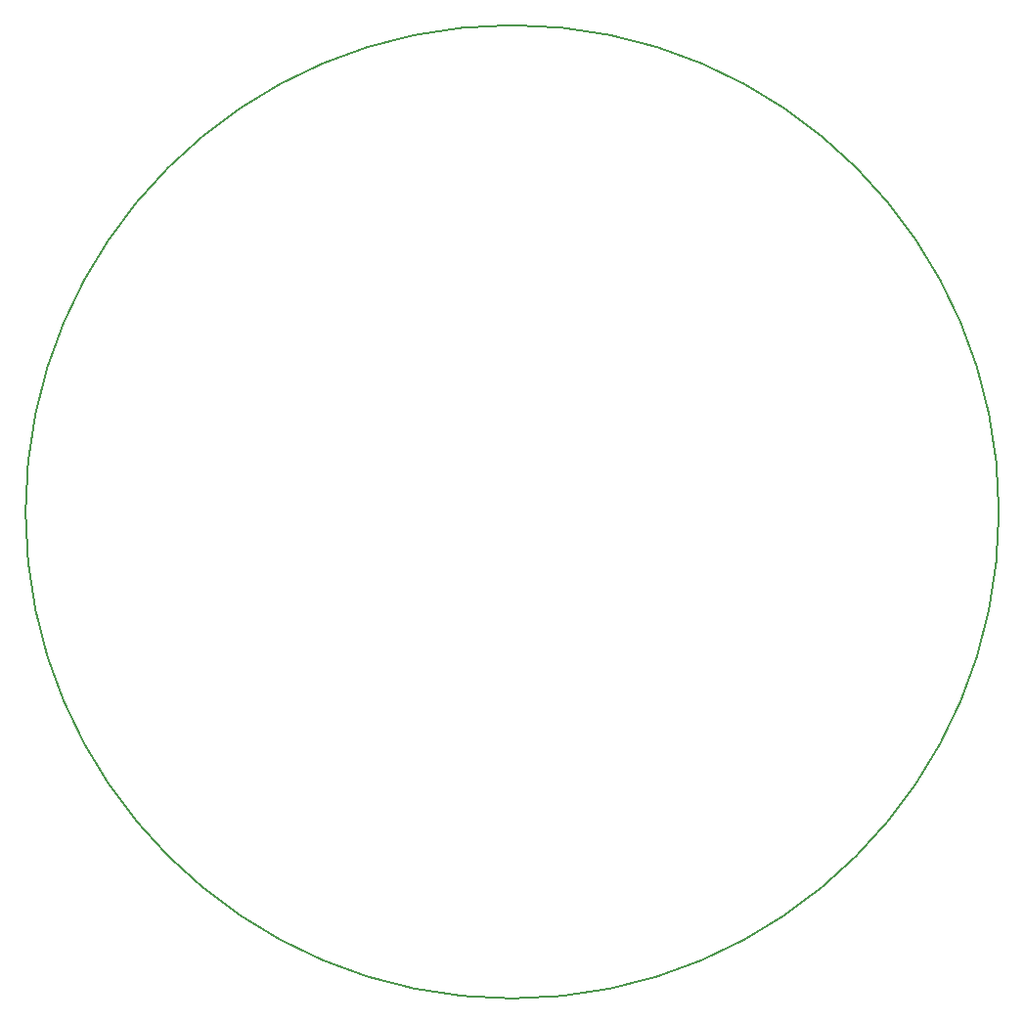
<source format=gbr>
%TF.GenerationSoftware,KiCad,Pcbnew,6.0.6-3a73a75311~116~ubuntu21.10.1*%
%TF.CreationDate,2023-05-16T20:40:29-06:00*%
%TF.ProjectId,goon,676f6f6e-2e6b-4696-9361-645f70636258,rev?*%
%TF.SameCoordinates,Original*%
%TF.FileFunction,Profile,NP*%
%FSLAX46Y46*%
G04 Gerber Fmt 4.6, Leading zero omitted, Abs format (unit mm)*
G04 Created by KiCad (PCBNEW 6.0.6-3a73a75311~116~ubuntu21.10.1) date 2023-05-16 20:40:29*
%MOMM*%
%LPD*%
G01*
G04 APERTURE LIST*
%TA.AperFunction,Profile*%
%ADD10C,0.200000*%
%TD*%
G04 APERTURE END LIST*
D10*
X192218057Y-100988057D02*
G75*
G03*
X192218057Y-100988057I-42128057J0D01*
G01*
M02*

</source>
